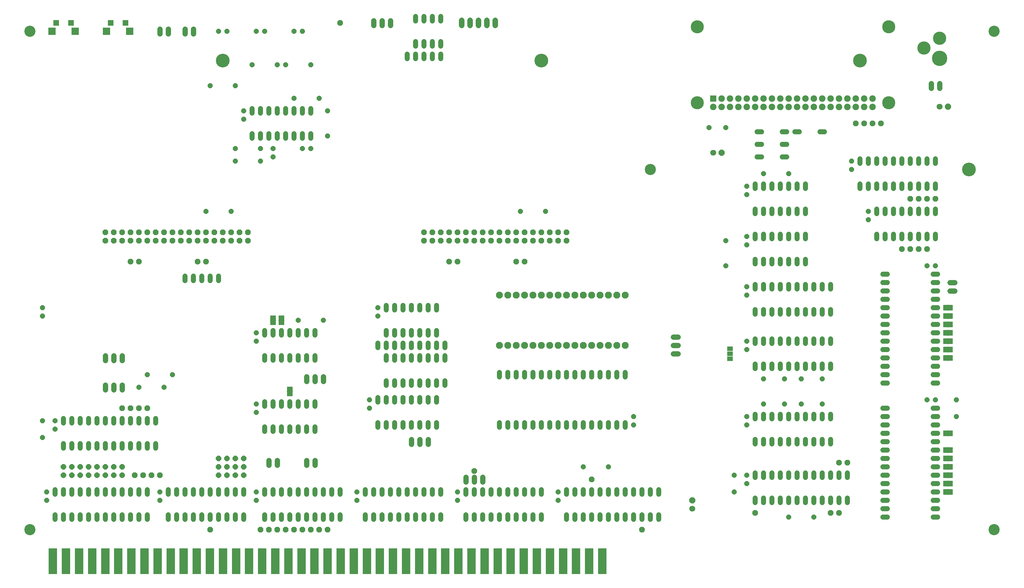
<source format=gbs>
G04 EAGLE Gerber RS-274X export*
G75*
%MOMM*%
%FSLAX34Y34*%
%LPD*%
%INSoldermask Bottom*%
%IPPOS*%
%AMOC8*
5,1,8,0,0,1.08239X$1,22.5*%
G01*
%ADD10C,3.378200*%
%ADD11R,2.565400X7.823200*%
%ADD12C,1.524000*%
%ADD13P,1.759533X8X22.500000*%
%ADD14C,2.108200*%
%ADD15C,1.625600*%
%ADD16C,1.727200*%
%ADD17P,1.649562X8X292.500000*%
%ADD18P,1.649562X8X202.500000*%
%ADD19P,1.649562X8X112.500000*%
%ADD20R,1.727200X1.727200*%
%ADD21R,2.298700X2.298700*%
%ADD22P,1.649562X8X22.500000*%
%ADD23P,1.869504X8X22.500000*%
%ADD24C,4.165600*%
%ADD25P,1.869504X8X202.500000*%
%ADD26R,1.981200X1.981200*%
%ADD27C,1.981200*%
%ADD28C,3.969200*%
%ADD29R,1.803400X1.371600*%
%ADD30P,1.951982X8X112.500000*%
%ADD31C,1.803400*%
%ADD32P,1.951982X8X22.500000*%
%ADD33R,1.371600X1.803400*%
%ADD34R,0.152400X1.828800*%
%ADD35P,1.759533X8X292.500000*%
%ADD36R,1.828800X0.152400*%
%ADD37C,4.648200*%
%ADD38C,4.013200*%


D10*
X0Y0D03*
X2921000Y0D03*
X0Y1511300D03*
X2921000Y1511300D03*
X1879600Y1092200D03*
D11*
X941324Y-95250D03*
X901700Y-95250D03*
X980948Y-95250D03*
X1020572Y-95250D03*
X1060196Y-95250D03*
X1099820Y-95250D03*
X1139444Y-95250D03*
X1179068Y-95250D03*
X1218692Y-95250D03*
X1258316Y-95250D03*
X1297940Y-95250D03*
X1337564Y-95250D03*
X1377188Y-95250D03*
X1416812Y-95250D03*
X1456436Y-95250D03*
X1496060Y-95250D03*
X1535684Y-95250D03*
X1575308Y-95250D03*
X1614932Y-95250D03*
X1654556Y-95250D03*
X1694180Y-95250D03*
X1733804Y-95250D03*
X69596Y-95250D03*
X109220Y-95250D03*
X148844Y-95250D03*
X188468Y-95250D03*
X228092Y-95250D03*
X267716Y-95250D03*
X307340Y-95250D03*
X346964Y-95250D03*
X386588Y-95250D03*
X426212Y-95250D03*
X465836Y-95250D03*
X505460Y-95250D03*
X545084Y-95250D03*
X584708Y-95250D03*
X624332Y-95250D03*
X663956Y-95250D03*
X703580Y-95250D03*
X743204Y-95250D03*
X782828Y-95250D03*
X822452Y-95250D03*
X862076Y-95250D03*
D12*
X1016000Y31496D02*
X1016000Y44704D01*
X1041400Y44704D02*
X1041400Y31496D01*
X1168400Y31496D02*
X1168400Y44704D01*
X1193800Y44704D02*
X1193800Y31496D01*
X1066800Y31496D02*
X1066800Y44704D01*
X1092200Y44704D02*
X1092200Y31496D01*
X1143000Y31496D02*
X1143000Y44704D01*
X1117600Y44704D02*
X1117600Y31496D01*
X1219200Y31496D02*
X1219200Y44704D01*
X1244600Y44704D02*
X1244600Y31496D01*
X1244600Y107696D02*
X1244600Y120904D01*
X1219200Y120904D02*
X1219200Y107696D01*
X1193800Y107696D02*
X1193800Y120904D01*
X1168400Y120904D02*
X1168400Y107696D01*
X1143000Y107696D02*
X1143000Y120904D01*
X1117600Y120904D02*
X1117600Y107696D01*
X1092200Y107696D02*
X1092200Y120904D01*
X1066800Y120904D02*
X1066800Y107696D01*
X1041400Y107696D02*
X1041400Y120904D01*
X1016000Y120904D02*
X1016000Y107696D01*
X711200Y44704D02*
X711200Y31496D01*
X736600Y31496D02*
X736600Y44704D01*
X863600Y44704D02*
X863600Y31496D01*
X889000Y31496D02*
X889000Y44704D01*
X762000Y44704D02*
X762000Y31496D01*
X787400Y31496D02*
X787400Y44704D01*
X838200Y44704D02*
X838200Y31496D01*
X812800Y31496D02*
X812800Y44704D01*
X914400Y44704D02*
X914400Y31496D01*
X939800Y31496D02*
X939800Y44704D01*
X939800Y107696D02*
X939800Y120904D01*
X914400Y120904D02*
X914400Y107696D01*
X889000Y107696D02*
X889000Y120904D01*
X863600Y120904D02*
X863600Y107696D01*
X838200Y107696D02*
X838200Y120904D01*
X812800Y120904D02*
X812800Y107696D01*
X787400Y107696D02*
X787400Y120904D01*
X762000Y120904D02*
X762000Y107696D01*
X736600Y107696D02*
X736600Y120904D01*
X711200Y120904D02*
X711200Y107696D01*
X419100Y44704D02*
X419100Y31496D01*
X444500Y31496D02*
X444500Y44704D01*
X571500Y44704D02*
X571500Y31496D01*
X596900Y31496D02*
X596900Y44704D01*
X469900Y44704D02*
X469900Y31496D01*
X495300Y31496D02*
X495300Y44704D01*
X546100Y44704D02*
X546100Y31496D01*
X520700Y31496D02*
X520700Y44704D01*
X622300Y44704D02*
X622300Y31496D01*
X647700Y31496D02*
X647700Y44704D01*
X647700Y107696D02*
X647700Y120904D01*
X622300Y120904D02*
X622300Y107696D01*
X596900Y107696D02*
X596900Y120904D01*
X571500Y120904D02*
X571500Y107696D01*
X546100Y107696D02*
X546100Y120904D01*
X520700Y120904D02*
X520700Y107696D01*
X495300Y107696D02*
X495300Y120904D01*
X469900Y120904D02*
X469900Y107696D01*
X444500Y107696D02*
X444500Y120904D01*
X419100Y120904D02*
X419100Y107696D01*
X1320800Y44704D02*
X1320800Y31496D01*
X1346200Y31496D02*
X1346200Y44704D01*
X1473200Y44704D02*
X1473200Y31496D01*
X1498600Y31496D02*
X1498600Y44704D01*
X1371600Y44704D02*
X1371600Y31496D01*
X1397000Y31496D02*
X1397000Y44704D01*
X1447800Y44704D02*
X1447800Y31496D01*
X1422400Y31496D02*
X1422400Y44704D01*
X1524000Y44704D02*
X1524000Y31496D01*
X1549400Y31496D02*
X1549400Y44704D01*
X1549400Y107696D02*
X1549400Y120904D01*
X1524000Y120904D02*
X1524000Y107696D01*
X1498600Y107696D02*
X1498600Y120904D01*
X1473200Y120904D02*
X1473200Y107696D01*
X1447800Y107696D02*
X1447800Y120904D01*
X1422400Y120904D02*
X1422400Y107696D01*
X1397000Y107696D02*
X1397000Y120904D01*
X1371600Y120904D02*
X1371600Y107696D01*
X1346200Y107696D02*
X1346200Y120904D01*
X1320800Y120904D02*
X1320800Y107696D01*
X101600Y247396D02*
X101600Y260604D01*
X127000Y260604D02*
X127000Y247396D01*
X152400Y247396D02*
X152400Y260604D01*
X177800Y260604D02*
X177800Y247396D01*
X203200Y247396D02*
X203200Y260604D01*
X228600Y260604D02*
X228600Y247396D01*
X254000Y247396D02*
X254000Y260604D01*
X279400Y260604D02*
X279400Y247396D01*
X304800Y247396D02*
X304800Y260604D01*
X330200Y260604D02*
X330200Y247396D01*
X355600Y247396D02*
X355600Y260604D01*
X381000Y260604D02*
X381000Y247396D01*
X381000Y323596D02*
X381000Y336804D01*
X355600Y336804D02*
X355600Y323596D01*
X330200Y323596D02*
X330200Y336804D01*
X304800Y336804D02*
X304800Y323596D01*
X279400Y323596D02*
X279400Y336804D01*
X254000Y336804D02*
X254000Y323596D01*
X228600Y323596D02*
X228600Y336804D01*
X203200Y336804D02*
X203200Y323596D01*
X177800Y323596D02*
X177800Y336804D01*
X152400Y336804D02*
X152400Y323596D01*
X127000Y323596D02*
X127000Y336804D01*
X101600Y336804D02*
X101600Y323596D01*
X1625600Y44704D02*
X1625600Y31496D01*
X1651000Y31496D02*
X1651000Y44704D01*
X1676400Y44704D02*
X1676400Y31496D01*
X1701800Y31496D02*
X1701800Y44704D01*
X1727200Y44704D02*
X1727200Y31496D01*
X1752600Y31496D02*
X1752600Y44704D01*
X1778000Y44704D02*
X1778000Y31496D01*
X1803400Y31496D02*
X1803400Y44704D01*
X1828800Y44704D02*
X1828800Y31496D01*
X1854200Y31496D02*
X1854200Y44704D01*
X1879600Y44704D02*
X1879600Y31496D01*
X1905000Y31496D02*
X1905000Y44704D01*
X1905000Y107696D02*
X1905000Y120904D01*
X1879600Y120904D02*
X1879600Y107696D01*
X1854200Y107696D02*
X1854200Y120904D01*
X1828800Y120904D02*
X1828800Y107696D01*
X1803400Y107696D02*
X1803400Y120904D01*
X1778000Y120904D02*
X1778000Y107696D01*
X1752600Y107696D02*
X1752600Y120904D01*
X1727200Y120904D02*
X1727200Y107696D01*
X1701800Y107696D02*
X1701800Y120904D01*
X1676400Y120904D02*
X1676400Y107696D01*
X1651000Y107696D02*
X1651000Y120904D01*
X1625600Y120904D02*
X1625600Y107696D01*
X76200Y44704D02*
X76200Y31496D01*
X101600Y31496D02*
X101600Y44704D01*
X127000Y44704D02*
X127000Y31496D01*
X152400Y31496D02*
X152400Y44704D01*
X177800Y44704D02*
X177800Y31496D01*
X203200Y31496D02*
X203200Y44704D01*
X228600Y44704D02*
X228600Y31496D01*
X254000Y31496D02*
X254000Y44704D01*
X279400Y44704D02*
X279400Y31496D01*
X304800Y31496D02*
X304800Y44704D01*
X330200Y44704D02*
X330200Y31496D01*
X355600Y31496D02*
X355600Y44704D01*
X355600Y107696D02*
X355600Y120904D01*
X330200Y120904D02*
X330200Y107696D01*
X304800Y107696D02*
X304800Y120904D01*
X279400Y120904D02*
X279400Y107696D01*
X254000Y107696D02*
X254000Y120904D01*
X228600Y120904D02*
X228600Y107696D01*
X203200Y107696D02*
X203200Y120904D01*
X177800Y120904D02*
X177800Y107696D01*
X152400Y107696D02*
X152400Y120904D01*
X127000Y120904D02*
X127000Y107696D01*
X101600Y107696D02*
X101600Y120904D01*
X76200Y120904D02*
X76200Y107696D01*
D13*
X101600Y165100D03*
X101600Y190500D03*
X127000Y165100D03*
X127000Y190500D03*
X152400Y165100D03*
X152400Y190500D03*
X177800Y165100D03*
X177800Y190500D03*
X203200Y165100D03*
X203200Y190500D03*
X228600Y165100D03*
X228600Y190500D03*
X254000Y165100D03*
X254000Y190500D03*
X279400Y165100D03*
X279400Y190500D03*
D14*
X1803400Y711200D03*
X1778000Y711200D03*
X1752600Y711200D03*
X1727200Y711200D03*
X1701800Y711200D03*
X1676400Y711200D03*
X1651000Y711200D03*
X1625600Y711200D03*
X1600200Y711200D03*
X1574800Y711200D03*
X1549400Y711200D03*
X1524000Y711200D03*
X1498600Y711200D03*
X1473200Y711200D03*
X1447800Y711200D03*
X1422400Y711200D03*
X1422400Y558800D03*
X1447800Y558800D03*
X1473200Y558800D03*
X1498600Y558800D03*
X1549400Y558800D03*
X1574800Y558800D03*
X1600200Y558800D03*
X1625600Y558800D03*
X1651000Y558800D03*
X1676400Y558800D03*
X1701800Y558800D03*
X1727200Y558800D03*
X1752600Y558800D03*
X1778000Y558800D03*
X1803400Y558800D03*
X1524000Y558800D03*
D12*
X1168400Y1466596D02*
X1168400Y1479804D01*
X1193800Y1479804D02*
X1193800Y1466596D01*
X1219200Y1466596D02*
X1219200Y1479804D01*
X1244600Y1479804D02*
X1244600Y1466596D01*
X1244600Y1542796D02*
X1244600Y1556004D01*
X1219200Y1556004D02*
X1219200Y1542796D01*
X1193800Y1542796D02*
X1193800Y1556004D01*
X1168400Y1556004D02*
X1168400Y1542796D01*
X1143000Y1441704D02*
X1143000Y1428496D01*
X1168400Y1428496D02*
X1168400Y1441704D01*
X1193800Y1441704D02*
X1193800Y1428496D01*
X1219200Y1428496D02*
X1219200Y1441704D01*
X1244600Y1441704D02*
X1244600Y1428496D01*
D15*
X1948688Y533400D02*
X1962912Y533400D01*
X1962912Y558800D02*
X1948688Y558800D01*
X1948688Y584200D02*
X1962912Y584200D01*
D16*
X1308100Y1529080D02*
X1308100Y1544320D01*
X1333500Y1544320D02*
X1333500Y1529080D01*
X1358900Y1529080D02*
X1358900Y1544320D01*
X1384300Y1544320D02*
X1384300Y1529080D01*
X1409700Y1529080D02*
X1409700Y1544320D01*
D12*
X1803400Y476504D02*
X1803400Y463296D01*
X1778000Y463296D02*
X1778000Y476504D01*
X1651000Y476504D02*
X1651000Y463296D01*
X1625600Y463296D02*
X1625600Y476504D01*
X1752600Y476504D02*
X1752600Y463296D01*
X1727200Y463296D02*
X1727200Y476504D01*
X1676400Y476504D02*
X1676400Y463296D01*
X1701800Y463296D02*
X1701800Y476504D01*
X1600200Y476504D02*
X1600200Y463296D01*
X1574800Y463296D02*
X1574800Y476504D01*
X1549400Y476504D02*
X1549400Y463296D01*
X1524000Y463296D02*
X1524000Y476504D01*
X1498600Y476504D02*
X1498600Y463296D01*
X1473200Y463296D02*
X1473200Y476504D01*
X1447800Y476504D02*
X1447800Y463296D01*
X1422400Y463296D02*
X1422400Y476504D01*
X1422400Y324104D02*
X1422400Y310896D01*
X1447800Y310896D02*
X1447800Y324104D01*
X1473200Y324104D02*
X1473200Y310896D01*
X1498600Y310896D02*
X1498600Y324104D01*
X1524000Y324104D02*
X1524000Y310896D01*
X1549400Y310896D02*
X1549400Y324104D01*
X1574800Y324104D02*
X1574800Y310896D01*
X1600200Y310896D02*
X1600200Y324104D01*
X1625600Y324104D02*
X1625600Y310896D01*
X1651000Y310896D02*
X1651000Y324104D01*
X1676400Y324104D02*
X1676400Y310896D01*
X1701800Y310896D02*
X1701800Y324104D01*
X1727200Y324104D02*
X1727200Y310896D01*
X1752600Y310896D02*
X1752600Y324104D01*
X1778000Y324104D02*
X1778000Y310896D01*
X1803400Y310896D02*
X1803400Y324104D01*
D15*
X1155700Y273812D02*
X1155700Y259588D01*
X1181100Y259588D02*
X1181100Y273812D01*
X1206500Y273812D02*
X1206500Y259588D01*
D12*
X1079500Y590296D02*
X1079500Y603504D01*
X1104900Y603504D02*
X1104900Y590296D01*
X1231900Y590296D02*
X1231900Y603504D01*
X1231900Y666496D02*
X1231900Y679704D01*
X1130300Y603504D02*
X1130300Y590296D01*
X1155700Y590296D02*
X1155700Y603504D01*
X1206500Y603504D02*
X1206500Y590296D01*
X1181100Y590296D02*
X1181100Y603504D01*
X1206500Y666496D02*
X1206500Y679704D01*
X1181100Y679704D02*
X1181100Y666496D01*
X1155700Y666496D02*
X1155700Y679704D01*
X1130300Y679704D02*
X1130300Y666496D01*
X1104900Y666496D02*
X1104900Y679704D01*
X1079500Y679704D02*
X1079500Y666496D01*
X1079500Y451104D02*
X1079500Y437896D01*
X1104900Y437896D02*
X1104900Y451104D01*
X1231900Y451104D02*
X1231900Y437896D01*
X1257300Y437896D02*
X1257300Y451104D01*
X1130300Y451104D02*
X1130300Y437896D01*
X1155700Y437896D02*
X1155700Y451104D01*
X1206500Y451104D02*
X1206500Y437896D01*
X1181100Y437896D02*
X1181100Y451104D01*
X1257300Y514096D02*
X1257300Y527304D01*
X1231900Y527304D02*
X1231900Y514096D01*
X1206500Y514096D02*
X1206500Y527304D01*
X1181100Y527304D02*
X1181100Y514096D01*
X1155700Y514096D02*
X1155700Y527304D01*
X1130300Y527304D02*
X1130300Y514096D01*
X1104900Y514096D02*
X1104900Y527304D01*
X1079500Y527304D02*
X1079500Y514096D01*
X1054100Y552196D02*
X1054100Y565404D01*
X1079500Y565404D02*
X1079500Y552196D01*
X1104900Y552196D02*
X1104900Y565404D01*
X1130300Y565404D02*
X1130300Y552196D01*
X1155700Y552196D02*
X1155700Y565404D01*
X1181100Y565404D02*
X1181100Y552196D01*
X1206500Y552196D02*
X1206500Y565404D01*
X1231900Y565404D02*
X1231900Y552196D01*
X1257300Y552196D02*
X1257300Y565404D01*
X1054100Y324104D02*
X1054100Y310896D01*
X1079500Y310896D02*
X1079500Y324104D01*
X1206500Y324104D02*
X1206500Y310896D01*
X1231900Y310896D02*
X1231900Y324104D01*
X1104900Y324104D02*
X1104900Y310896D01*
X1130300Y310896D02*
X1130300Y324104D01*
X1181100Y324104D02*
X1181100Y310896D01*
X1155700Y310896D02*
X1155700Y324104D01*
X1231900Y387096D02*
X1231900Y400304D01*
X1206500Y400304D02*
X1206500Y387096D01*
X1181100Y387096D02*
X1181100Y400304D01*
X1155700Y400304D02*
X1155700Y387096D01*
X1130300Y387096D02*
X1130300Y400304D01*
X1104900Y400304D02*
X1104900Y387096D01*
X1079500Y387096D02*
X1079500Y400304D01*
X1054100Y400304D02*
X1054100Y387096D01*
D15*
X1320800Y159512D02*
X1320800Y145288D01*
X1346200Y145288D02*
X1346200Y159512D01*
X1371600Y159512D02*
X1371600Y145288D01*
X838200Y450088D02*
X838200Y464312D01*
X863600Y464312D02*
X863600Y450088D01*
X889000Y450088D02*
X889000Y464312D01*
D17*
X38100Y673100D03*
X38100Y647700D03*
X685800Y381000D03*
X685800Y355600D03*
X685800Y596900D03*
X685800Y571500D03*
X2489200Y1117600D03*
X2489200Y1092200D03*
X1054100Y673100D03*
X1054100Y647700D03*
X2540000Y965200D03*
X2540000Y939800D03*
D18*
X2743200Y800100D03*
X2717800Y800100D03*
D17*
X1028700Y393700D03*
X1028700Y368300D03*
X50800Y114300D03*
X50800Y88900D03*
X393700Y114300D03*
X393700Y88900D03*
X990600Y114300D03*
X990600Y88900D03*
X685800Y114300D03*
X685800Y88900D03*
X76200Y330200D03*
X76200Y304800D03*
X1295400Y114300D03*
X1295400Y88900D03*
D19*
X1828800Y317500D03*
X1828800Y342900D03*
D17*
X1600200Y114300D03*
X1600200Y88900D03*
D20*
X124079Y1536446D03*
X79121Y1536446D03*
D21*
X136652Y1511554D03*
X66548Y1511554D03*
D20*
X289179Y1536446D03*
X244221Y1536446D03*
D21*
X301752Y1511554D03*
X231648Y1511554D03*
D15*
X419100Y1518412D02*
X419100Y1504188D01*
X393700Y1504188D02*
X393700Y1518412D01*
X495300Y1518412D02*
X495300Y1504188D01*
X469900Y1504188D02*
X469900Y1518412D01*
D22*
X546100Y1346200D03*
X622300Y1346200D03*
D18*
X596900Y1511300D03*
X571500Y1511300D03*
D22*
X1676400Y190500D03*
X1752600Y190500D03*
D23*
X279400Y368300D03*
X304800Y368300D03*
X330200Y368300D03*
X355600Y368300D03*
X317500Y165100D03*
X939800Y1536700D03*
D18*
X711200Y1511300D03*
X685800Y1511300D03*
D15*
X1041400Y1529588D02*
X1041400Y1543812D01*
X1066800Y1543812D02*
X1066800Y1529588D01*
X1092200Y1529588D02*
X1092200Y1543812D01*
D24*
X2514600Y1422400D03*
X1549400Y1422400D03*
X2844800Y1092200D03*
D25*
X1625600Y901700D03*
X1600200Y901700D03*
X1574800Y901700D03*
X1549400Y901700D03*
X1524000Y901700D03*
X1498600Y901700D03*
X1625600Y876300D03*
X1600200Y876300D03*
X1574800Y876300D03*
X1549400Y876300D03*
X1524000Y876300D03*
X1498600Y876300D03*
X1473200Y901700D03*
X1473200Y876300D03*
X1447800Y901700D03*
X1422400Y901700D03*
X1397000Y901700D03*
X1371600Y901700D03*
X1346200Y901700D03*
X1320800Y901700D03*
X1447800Y876300D03*
X1422400Y876300D03*
X1397000Y876300D03*
X1371600Y876300D03*
X1346200Y876300D03*
X1320800Y876300D03*
X1295400Y901700D03*
X1295400Y876300D03*
X1270000Y901700D03*
X1244600Y901700D03*
X1219200Y901700D03*
X1193800Y901700D03*
X1270000Y876300D03*
X1244600Y876300D03*
X1219200Y876300D03*
X1193800Y876300D03*
D24*
X584200Y1422400D03*
D25*
X660400Y901700D03*
X635000Y901700D03*
X609600Y901700D03*
X584200Y901700D03*
X558800Y901700D03*
X533400Y901700D03*
X660400Y876300D03*
X635000Y876300D03*
X609600Y876300D03*
X584200Y876300D03*
X558800Y876300D03*
X533400Y876300D03*
X508000Y901700D03*
X508000Y876300D03*
X482600Y901700D03*
X457200Y901700D03*
X431800Y901700D03*
X406400Y901700D03*
X381000Y901700D03*
X355600Y901700D03*
X482600Y876300D03*
X457200Y876300D03*
X431800Y876300D03*
X406400Y876300D03*
X381000Y876300D03*
X355600Y876300D03*
X330200Y901700D03*
X330200Y876300D03*
X304800Y901700D03*
X279400Y901700D03*
X254000Y901700D03*
X228600Y901700D03*
X304800Y876300D03*
X279400Y876300D03*
X254000Y876300D03*
X228600Y876300D03*
D23*
X1473200Y812800D03*
X1498600Y812800D03*
X1270000Y812800D03*
X1295400Y812800D03*
X304800Y812800D03*
X330200Y812800D03*
X508000Y812800D03*
X533400Y812800D03*
X901700Y0D03*
X876300Y0D03*
X825500Y0D03*
X800100Y0D03*
X774700Y0D03*
X749300Y0D03*
X698500Y0D03*
X850900Y0D03*
D12*
X2197100Y958596D02*
X2197100Y971804D01*
X2222500Y971804D02*
X2222500Y958596D01*
X2349500Y958596D02*
X2349500Y971804D01*
X2349500Y1034796D02*
X2349500Y1048004D01*
X2247900Y971804D02*
X2247900Y958596D01*
X2273300Y958596D02*
X2273300Y971804D01*
X2324100Y971804D02*
X2324100Y958596D01*
X2298700Y958596D02*
X2298700Y971804D01*
X2324100Y1034796D02*
X2324100Y1048004D01*
X2298700Y1048004D02*
X2298700Y1034796D01*
X2273300Y1034796D02*
X2273300Y1048004D01*
X2247900Y1048004D02*
X2247900Y1034796D01*
X2222500Y1034796D02*
X2222500Y1048004D01*
X2197100Y1048004D02*
X2197100Y1034796D01*
X2197100Y819404D02*
X2197100Y806196D01*
X2222500Y806196D02*
X2222500Y819404D01*
X2349500Y819404D02*
X2349500Y806196D01*
X2349500Y882396D02*
X2349500Y895604D01*
X2247900Y819404D02*
X2247900Y806196D01*
X2273300Y806196D02*
X2273300Y819404D01*
X2324100Y819404D02*
X2324100Y806196D01*
X2298700Y806196D02*
X2298700Y819404D01*
X2324100Y882396D02*
X2324100Y895604D01*
X2298700Y895604D02*
X2298700Y882396D01*
X2273300Y882396D02*
X2273300Y895604D01*
X2247900Y895604D02*
X2247900Y882396D01*
X2222500Y882396D02*
X2222500Y895604D01*
X2197100Y895604D02*
X2197100Y882396D01*
X2197100Y273304D02*
X2197100Y260096D01*
X2222500Y260096D02*
X2222500Y273304D01*
X2349500Y273304D02*
X2349500Y260096D01*
X2374900Y260096D02*
X2374900Y273304D01*
X2247900Y273304D02*
X2247900Y260096D01*
X2273300Y260096D02*
X2273300Y273304D01*
X2324100Y273304D02*
X2324100Y260096D01*
X2298700Y260096D02*
X2298700Y273304D01*
X2400300Y273304D02*
X2400300Y260096D01*
X2425700Y260096D02*
X2425700Y273304D01*
X2425700Y336296D02*
X2425700Y349504D01*
X2400300Y349504D02*
X2400300Y336296D01*
X2374900Y336296D02*
X2374900Y349504D01*
X2349500Y349504D02*
X2349500Y336296D01*
X2324100Y336296D02*
X2324100Y349504D01*
X2298700Y349504D02*
X2298700Y336296D01*
X2273300Y336296D02*
X2273300Y349504D01*
X2247900Y349504D02*
X2247900Y336296D01*
X2222500Y336296D02*
X2222500Y349504D01*
X2197100Y349504D02*
X2197100Y336296D01*
X2197100Y653796D02*
X2197100Y667004D01*
X2222500Y667004D02*
X2222500Y653796D01*
X2349500Y653796D02*
X2349500Y667004D01*
X2374900Y667004D02*
X2374900Y653796D01*
X2247900Y653796D02*
X2247900Y667004D01*
X2273300Y667004D02*
X2273300Y653796D01*
X2324100Y653796D02*
X2324100Y667004D01*
X2298700Y667004D02*
X2298700Y653796D01*
X2400300Y653796D02*
X2400300Y667004D01*
X2425700Y667004D02*
X2425700Y653796D01*
X2425700Y729996D02*
X2425700Y743204D01*
X2400300Y743204D02*
X2400300Y729996D01*
X2374900Y729996D02*
X2374900Y743204D01*
X2349500Y743204D02*
X2349500Y729996D01*
X2324100Y729996D02*
X2324100Y743204D01*
X2298700Y743204D02*
X2298700Y729996D01*
X2273300Y729996D02*
X2273300Y743204D01*
X2247900Y743204D02*
X2247900Y729996D01*
X2222500Y729996D02*
X2222500Y743204D01*
X2197100Y743204D02*
X2197100Y729996D01*
X2197100Y501904D02*
X2197100Y488696D01*
X2222500Y488696D02*
X2222500Y501904D01*
X2349500Y501904D02*
X2349500Y488696D01*
X2374900Y488696D02*
X2374900Y501904D01*
X2247900Y501904D02*
X2247900Y488696D01*
X2273300Y488696D02*
X2273300Y501904D01*
X2324100Y501904D02*
X2324100Y488696D01*
X2298700Y488696D02*
X2298700Y501904D01*
X2400300Y501904D02*
X2400300Y488696D01*
X2425700Y488696D02*
X2425700Y501904D01*
X2425700Y564896D02*
X2425700Y578104D01*
X2400300Y578104D02*
X2400300Y564896D01*
X2374900Y564896D02*
X2374900Y578104D01*
X2349500Y578104D02*
X2349500Y564896D01*
X2324100Y564896D02*
X2324100Y578104D01*
X2298700Y578104D02*
X2298700Y564896D01*
X2273300Y564896D02*
X2273300Y578104D01*
X2247900Y578104D02*
X2247900Y564896D01*
X2222500Y564896D02*
X2222500Y578104D01*
X2197100Y578104D02*
X2197100Y564896D01*
D17*
X2108200Y876300D03*
X2108200Y800100D03*
D12*
X2197100Y95504D02*
X2197100Y82296D01*
X2222500Y82296D02*
X2222500Y95504D01*
X2247900Y95504D02*
X2247900Y82296D01*
X2273300Y82296D02*
X2273300Y95504D01*
X2298700Y95504D02*
X2298700Y82296D01*
X2324100Y82296D02*
X2324100Y95504D01*
X2349500Y95504D02*
X2349500Y82296D01*
X2374900Y82296D02*
X2374900Y95504D01*
X2400300Y95504D02*
X2400300Y82296D01*
X2425700Y82296D02*
X2425700Y95504D01*
X2451100Y95504D02*
X2451100Y82296D01*
X2476500Y82296D02*
X2476500Y95504D01*
X2476500Y158496D02*
X2476500Y171704D01*
X2451100Y171704D02*
X2451100Y158496D01*
X2425700Y158496D02*
X2425700Y171704D01*
X2400300Y171704D02*
X2400300Y158496D01*
X2374900Y158496D02*
X2374900Y171704D01*
X2349500Y171704D02*
X2349500Y158496D01*
X2324100Y158496D02*
X2324100Y171704D01*
X2298700Y171704D02*
X2298700Y158496D01*
X2273300Y158496D02*
X2273300Y171704D01*
X2247900Y171704D02*
X2247900Y158496D01*
X2222500Y158496D02*
X2222500Y171704D01*
X2197100Y171704D02*
X2197100Y158496D01*
D26*
X2070100Y1307400D03*
D27*
X2070100Y1282000D03*
X2095500Y1307400D03*
X2095500Y1282000D03*
X2120900Y1307400D03*
X2120900Y1282000D03*
X2146300Y1307400D03*
X2146300Y1282000D03*
X2171700Y1307400D03*
X2171700Y1282000D03*
X2197100Y1307400D03*
X2197100Y1282000D03*
X2222500Y1307400D03*
X2222500Y1282000D03*
X2247900Y1307400D03*
X2247900Y1282000D03*
X2273300Y1307400D03*
X2273300Y1282000D03*
X2298700Y1307400D03*
X2298700Y1282000D03*
X2324100Y1307400D03*
X2324100Y1282000D03*
X2349500Y1307400D03*
X2349500Y1282000D03*
X2374900Y1307400D03*
X2374900Y1282000D03*
X2400300Y1307400D03*
X2400300Y1282000D03*
X2425700Y1307400D03*
X2425700Y1282000D03*
X2451100Y1307400D03*
X2451100Y1282000D03*
X2476500Y1307400D03*
X2476500Y1282000D03*
X2501900Y1307400D03*
X2501900Y1282000D03*
X2527300Y1307400D03*
X2527300Y1282000D03*
X2552700Y1307400D03*
X2552700Y1282000D03*
D28*
X2021400Y1524700D03*
X2021400Y1294700D03*
X2601400Y1294700D03*
X2601400Y1524700D03*
D29*
X2120900Y548640D03*
X2120900Y533400D03*
X2120900Y518160D03*
D17*
X2400300Y457200D03*
X2400300Y381000D03*
X2336800Y457200D03*
X2336800Y381000D03*
X2286000Y457200D03*
X2286000Y381000D03*
X2222500Y457200D03*
X2222500Y381000D03*
D12*
X2317496Y1206500D02*
X2330704Y1206500D01*
X2393696Y1206500D02*
X2406904Y1206500D01*
X2292604Y1206500D02*
X2279396Y1206500D01*
X2216404Y1206500D02*
X2203196Y1206500D01*
X2279396Y1168400D02*
X2292604Y1168400D01*
X2216404Y1168400D02*
X2203196Y1168400D01*
X2279396Y1130300D02*
X2292604Y1130300D01*
X2216404Y1130300D02*
X2203196Y1130300D01*
D17*
X2171700Y1041400D03*
X2171700Y1016000D03*
X2171700Y889000D03*
X2171700Y863600D03*
X2171700Y571500D03*
X2171700Y546100D03*
X2171700Y736600D03*
X2171700Y711200D03*
X2171700Y342900D03*
X2171700Y317500D03*
X2171700Y165100D03*
X2171700Y139700D03*
D23*
X1701800Y152400D03*
X1854200Y0D03*
X2451100Y50800D03*
X2476500Y203200D03*
X2451100Y203200D03*
D30*
X2006600Y88900D03*
D31*
X2006600Y63500D03*
D32*
X2095500Y1143000D03*
D31*
X2070100Y1143000D03*
D23*
X2425700Y50800D03*
X2197100Y50800D03*
D12*
X2584196Y368300D02*
X2597404Y368300D01*
X2597404Y342900D02*
X2584196Y342900D01*
X2584196Y317500D02*
X2597404Y317500D01*
X2597404Y292100D02*
X2584196Y292100D01*
X2584196Y266700D02*
X2597404Y266700D01*
X2597404Y241300D02*
X2584196Y241300D01*
X2584196Y215900D02*
X2597404Y215900D01*
X2597404Y190500D02*
X2584196Y190500D01*
X2584196Y165100D02*
X2597404Y165100D01*
X2597404Y139700D02*
X2584196Y139700D01*
X2584196Y114300D02*
X2597404Y114300D01*
X2597404Y88900D02*
X2584196Y88900D01*
X2584196Y63500D02*
X2597404Y63500D01*
X2597404Y38100D02*
X2584196Y38100D01*
X2736596Y38100D02*
X2749804Y38100D01*
X2749804Y63500D02*
X2736596Y63500D01*
X2736596Y88900D02*
X2749804Y88900D01*
X2749804Y114300D02*
X2736596Y114300D01*
X2736596Y139700D02*
X2749804Y139700D01*
X2749804Y165100D02*
X2736596Y165100D01*
X2736596Y190500D02*
X2749804Y190500D01*
X2749804Y215900D02*
X2736596Y215900D01*
X2736596Y241300D02*
X2749804Y241300D01*
X2749804Y266700D02*
X2736596Y266700D01*
X2736596Y292100D02*
X2749804Y292100D01*
X2749804Y317500D02*
X2736596Y317500D01*
X2736596Y342900D02*
X2749804Y342900D01*
X2749804Y368300D02*
X2736596Y368300D01*
D33*
X2788920Y241300D03*
X2773680Y241300D03*
D34*
X2781300Y241300D03*
D33*
X2788920Y215900D03*
X2773680Y215900D03*
D34*
X2781300Y215900D03*
D33*
X2788920Y190500D03*
X2773680Y190500D03*
D34*
X2781300Y190500D03*
D33*
X2788920Y165100D03*
X2773680Y165100D03*
D34*
X2781300Y165100D03*
D33*
X2788920Y139700D03*
X2773680Y139700D03*
D34*
X2781300Y139700D03*
D33*
X2788920Y114300D03*
X2773680Y114300D03*
D34*
X2781300Y114300D03*
D18*
X2743200Y393700D03*
X2717800Y393700D03*
X2298700Y1079500D03*
X2222500Y1079500D03*
D12*
X2514600Y1048004D02*
X2514600Y1034796D01*
X2540000Y1034796D02*
X2540000Y1048004D01*
X2667000Y1048004D02*
X2667000Y1034796D01*
X2692400Y1034796D02*
X2692400Y1048004D01*
X2565400Y1048004D02*
X2565400Y1034796D01*
X2590800Y1034796D02*
X2590800Y1048004D01*
X2641600Y1048004D02*
X2641600Y1034796D01*
X2616200Y1034796D02*
X2616200Y1048004D01*
X2717800Y1048004D02*
X2717800Y1034796D01*
X2743200Y1034796D02*
X2743200Y1048004D01*
X2743200Y1110996D02*
X2743200Y1124204D01*
X2717800Y1124204D02*
X2717800Y1110996D01*
X2692400Y1110996D02*
X2692400Y1124204D01*
X2667000Y1124204D02*
X2667000Y1110996D01*
X2641600Y1110996D02*
X2641600Y1124204D01*
X2616200Y1124204D02*
X2616200Y1110996D01*
X2590800Y1110996D02*
X2590800Y1124204D01*
X2565400Y1124204D02*
X2565400Y1110996D01*
X2540000Y1110996D02*
X2540000Y1124204D01*
X2514600Y1124204D02*
X2514600Y1110996D01*
D22*
X2057400Y1219200D03*
X2108200Y1219200D03*
D17*
X2806700Y393700D03*
X2806700Y342900D03*
X38100Y330200D03*
X38100Y279400D03*
X2133600Y165100D03*
X2133600Y114300D03*
D18*
X2374900Y38100D03*
X2298700Y38100D03*
X825500Y1511300D03*
X800100Y1511300D03*
D33*
X2788920Y292100D03*
X2773680Y292100D03*
D34*
X2781300Y292100D03*
D12*
X673100Y1187196D02*
X673100Y1200404D01*
X698500Y1200404D02*
X698500Y1187196D01*
X825500Y1187196D02*
X825500Y1200404D01*
X850900Y1200404D02*
X850900Y1187196D01*
X723900Y1187196D02*
X723900Y1200404D01*
X749300Y1200404D02*
X749300Y1187196D01*
X800100Y1187196D02*
X800100Y1200404D01*
X774700Y1200404D02*
X774700Y1187196D01*
X850900Y1263396D02*
X850900Y1276604D01*
X825500Y1276604D02*
X825500Y1263396D01*
X800100Y1263396D02*
X800100Y1276604D01*
X774700Y1276604D02*
X774700Y1263396D01*
X749300Y1263396D02*
X749300Y1276604D01*
X723900Y1276604D02*
X723900Y1263396D01*
X698500Y1263396D02*
X698500Y1276604D01*
X673100Y1276604D02*
X673100Y1263396D01*
D18*
X698500Y1155700D03*
X622300Y1155700D03*
D19*
X736600Y1130300D03*
X736600Y1155700D03*
D18*
X698500Y1117600D03*
X622300Y1117600D03*
D22*
X673100Y1409700D03*
X749300Y1409700D03*
X800100Y1308100D03*
X876300Y1308100D03*
X825500Y1155700D03*
X850900Y1155700D03*
D19*
X901700Y1193800D03*
X901700Y1270000D03*
D22*
X774700Y1409700D03*
X850900Y1409700D03*
D17*
X647700Y1270000D03*
X647700Y1244600D03*
D35*
X571500Y215900D03*
X596900Y215900D03*
X571500Y190500D03*
X596900Y190500D03*
X571500Y165100D03*
X596900Y165100D03*
X622300Y215900D03*
X647700Y215900D03*
X622300Y190500D03*
X647700Y190500D03*
X622300Y165100D03*
X647700Y165100D03*
D12*
X711200Y298196D02*
X711200Y311404D01*
X736600Y311404D02*
X736600Y298196D01*
X863600Y298196D02*
X863600Y311404D01*
X863600Y374396D02*
X863600Y387604D01*
X762000Y311404D02*
X762000Y298196D01*
X787400Y298196D02*
X787400Y311404D01*
X838200Y311404D02*
X838200Y298196D01*
X812800Y298196D02*
X812800Y311404D01*
X838200Y374396D02*
X838200Y387604D01*
X812800Y387604D02*
X812800Y374396D01*
X787400Y374396D02*
X787400Y387604D01*
X762000Y387604D02*
X762000Y374396D01*
X736600Y374396D02*
X736600Y387604D01*
X711200Y387604D02*
X711200Y374396D01*
X711200Y514096D02*
X711200Y527304D01*
X736600Y527304D02*
X736600Y514096D01*
X863600Y514096D02*
X863600Y527304D01*
X863600Y590296D02*
X863600Y603504D01*
X762000Y527304D02*
X762000Y514096D01*
X787400Y514096D02*
X787400Y527304D01*
X838200Y527304D02*
X838200Y514096D01*
X812800Y514096D02*
X812800Y527304D01*
X838200Y590296D02*
X838200Y603504D01*
X812800Y603504D02*
X812800Y590296D01*
X787400Y590296D02*
X787400Y603504D01*
X762000Y603504D02*
X762000Y590296D01*
X736600Y590296D02*
X736600Y603504D01*
X711200Y603504D02*
X711200Y590296D01*
D15*
X723900Y210312D02*
X723900Y196088D01*
X749300Y196088D02*
X749300Y210312D01*
D12*
X2565400Y882396D02*
X2565400Y895604D01*
X2590800Y895604D02*
X2590800Y882396D01*
X2717800Y882396D02*
X2717800Y895604D01*
X2743200Y895604D02*
X2743200Y882396D01*
X2616200Y882396D02*
X2616200Y895604D01*
X2641600Y895604D02*
X2641600Y882396D01*
X2692400Y882396D02*
X2692400Y895604D01*
X2667000Y895604D02*
X2667000Y882396D01*
X2743200Y958596D02*
X2743200Y971804D01*
X2717800Y971804D02*
X2717800Y958596D01*
X2692400Y958596D02*
X2692400Y971804D01*
X2667000Y971804D02*
X2667000Y958596D01*
X2641600Y958596D02*
X2641600Y971804D01*
X2616200Y971804D02*
X2616200Y958596D01*
X2590800Y958596D02*
X2590800Y971804D01*
X2565400Y971804D02*
X2565400Y958596D01*
X2584196Y774700D02*
X2597404Y774700D01*
X2597404Y749300D02*
X2584196Y749300D01*
X2584196Y723900D02*
X2597404Y723900D01*
X2597404Y698500D02*
X2584196Y698500D01*
X2584196Y673100D02*
X2597404Y673100D01*
X2597404Y647700D02*
X2584196Y647700D01*
X2584196Y622300D02*
X2597404Y622300D01*
X2597404Y596900D02*
X2584196Y596900D01*
X2584196Y571500D02*
X2597404Y571500D01*
X2597404Y546100D02*
X2584196Y546100D01*
X2584196Y520700D02*
X2597404Y520700D01*
X2597404Y495300D02*
X2584196Y495300D01*
X2584196Y469900D02*
X2597404Y469900D01*
X2597404Y444500D02*
X2584196Y444500D01*
X2736596Y444500D02*
X2749804Y444500D01*
X2749804Y469900D02*
X2736596Y469900D01*
X2736596Y495300D02*
X2749804Y495300D01*
X2749804Y520700D02*
X2736596Y520700D01*
X2736596Y546100D02*
X2749804Y546100D01*
X2749804Y571500D02*
X2736596Y571500D01*
X2736596Y596900D02*
X2749804Y596900D01*
X2749804Y622300D02*
X2736596Y622300D01*
X2736596Y647700D02*
X2749804Y647700D01*
X2749804Y673100D02*
X2736596Y673100D01*
X2736596Y698500D02*
X2749804Y698500D01*
X2749804Y723900D02*
X2736596Y723900D01*
X2736596Y749300D02*
X2749804Y749300D01*
X2749804Y774700D02*
X2736596Y774700D01*
D33*
X2788920Y647700D03*
X2773680Y647700D03*
D34*
X2781300Y647700D03*
D33*
X2788920Y622300D03*
X2773680Y622300D03*
D34*
X2781300Y622300D03*
D33*
X2788920Y596900D03*
X2773680Y596900D03*
D34*
X2781300Y596900D03*
D33*
X2788920Y571500D03*
X2773680Y571500D03*
D34*
X2781300Y571500D03*
D33*
X2788920Y546100D03*
X2773680Y546100D03*
D34*
X2781300Y546100D03*
D33*
X2788920Y520700D03*
X2773680Y520700D03*
D34*
X2781300Y520700D03*
D33*
X2788920Y673100D03*
X2773680Y673100D03*
D34*
X2781300Y673100D03*
D15*
X2786888Y723900D02*
X2801112Y723900D01*
X2801112Y749300D02*
X2786888Y749300D01*
D23*
X723900Y0D03*
D15*
X838200Y196088D02*
X838200Y210312D01*
X863600Y210312D02*
X863600Y196088D01*
D29*
X762000Y642620D03*
X762000Y627380D03*
D36*
X762000Y635000D03*
D29*
X736600Y642620D03*
X736600Y627380D03*
D36*
X736600Y635000D03*
D18*
X889000Y635000D03*
X812800Y635000D03*
D12*
X571500Y755396D02*
X571500Y768604D01*
X546100Y768604D02*
X546100Y755396D01*
X520700Y755396D02*
X520700Y768604D01*
X495300Y768604D02*
X495300Y755396D01*
X469900Y755396D02*
X469900Y768604D01*
D15*
X2730500Y1339088D02*
X2730500Y1353312D01*
X2755900Y1353312D02*
X2755900Y1339088D01*
D37*
X2755900Y1429500D03*
D38*
X2755900Y1490500D03*
X2707900Y1460500D03*
D32*
X2781300Y1282700D03*
D31*
X2755900Y1282700D03*
D23*
X2578100Y1231900D03*
X2552700Y1231900D03*
X2527300Y1231900D03*
X2501900Y1231900D03*
D18*
X609600Y965200D03*
X533400Y965200D03*
X1562100Y965200D03*
X1485900Y965200D03*
D23*
X2667000Y1003300D03*
X2692400Y1003300D03*
X2641600Y850900D03*
X2667000Y850900D03*
X2743200Y1003300D03*
X2717800Y1003300D03*
X2717800Y850900D03*
X2692400Y850900D03*
D29*
X787400Y426720D03*
X787400Y411480D03*
D36*
X787400Y419100D03*
D23*
X546100Y0D03*
D15*
X228600Y513588D02*
X228600Y527812D01*
X254000Y527812D02*
X254000Y513588D01*
X279400Y513588D02*
X279400Y527812D01*
X228600Y438912D02*
X228600Y424688D01*
X254000Y424688D02*
X254000Y438912D01*
X279400Y438912D02*
X279400Y424688D01*
D23*
X1346200Y177800D03*
X368300Y165100D03*
X393700Y165100D03*
X342900Y165100D03*
D22*
X330200Y431800D03*
X406400Y431800D03*
X355600Y469900D03*
X431800Y469900D03*
M02*

</source>
